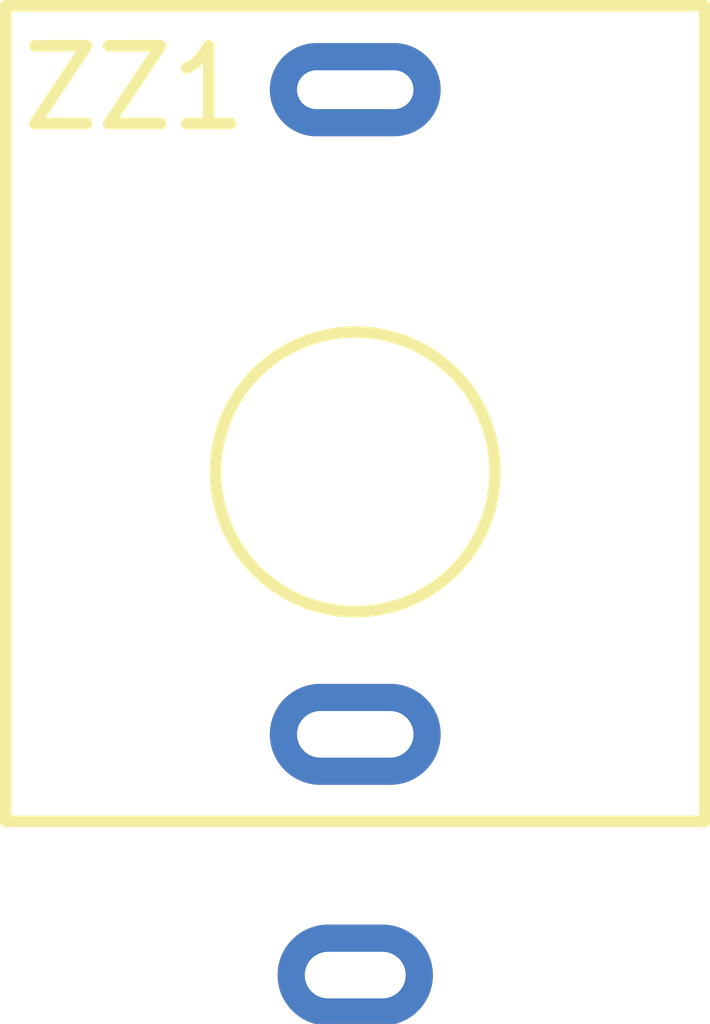
<source format=kicad_pcb>
(kicad_pcb (version 20171130) (host pcbnew "(5.1.9-0-10_14)")

  (general
    (thickness 1.6)
    (drawings 0)
    (tracks 0)
    (zones 0)
    (modules 1)
    (nets 4)
  )

  (page A4)
  (layers
    (0 F.Cu signal)
    (31 B.Cu signal)
    (32 B.Adhes user)
    (33 F.Adhes user)
    (34 B.Paste user)
    (35 F.Paste user)
    (36 B.SilkS user)
    (37 F.SilkS user)
    (38 B.Mask user)
    (39 F.Mask user)
    (40 Dwgs.User user)
    (41 Cmts.User user)
    (42 Eco1.User user)
    (43 Eco2.User user)
    (44 Edge.Cuts user)
    (45 Margin user)
    (46 B.CrtYd user hide)
    (47 F.CrtYd user hide)
    (48 B.Fab user hide)
    (49 F.Fab user hide)
  )

  (setup
    (last_trace_width 0.1524)
    (user_trace_width 0.1524)
    (user_trace_width 0.254)
    (user_trace_width 0.4064)
    (user_trace_width 0.635)
    (trace_clearance 0.1524)
    (zone_clearance 0.508)
    (zone_45_only no)
    (trace_min 0.1524)
    (via_size 0.6858)
    (via_drill 0.3048)
    (via_min_size 0.6858)
    (via_min_drill 0.3048)
    (uvia_size 0.3048)
    (uvia_drill 0.1524)
    (uvias_allowed no)
    (uvia_min_size 0.2)
    (uvia_min_drill 0.1)
    (edge_width 0.15)
    (segment_width 0.2)
    (pcb_text_width 0.3)
    (pcb_text_size 1.5 1.5)
    (mod_edge_width 0.15)
    (mod_text_size 1 1)
    (mod_text_width 0.15)
    (pad_size 2 1.3)
    (pad_drill 1.3)
    (pad_to_mask_clearance 0.2)
    (aux_axis_origin 0 0)
    (visible_elements FFFFFF7F)
    (pcbplotparams
      (layerselection 0x010fc_ffffffff)
      (usegerberextensions false)
      (usegerberattributes false)
      (usegerberadvancedattributes false)
      (creategerberjobfile false)
      (excludeedgelayer true)
      (linewidth 0.100000)
      (plotframeref false)
      (viasonmask false)
      (mode 1)
      (useauxorigin false)
      (hpglpennumber 1)
      (hpglpenspeed 20)
      (hpglpendiameter 15.000000)
      (psnegative false)
      (psa4output false)
      (plotreference true)
      (plotvalue true)
      (plotinvisibletext false)
      (padsonsilk false)
      (subtractmaskfromsilk false)
      (outputformat 1)
      (mirror false)
      (drillshape 1)
      (scaleselection 1)
      (outputdirectory ""))
  )

  (net 0 "")
  (net 1 GND)
  (net 2 "Net-(Pin0-Pad1)")
  (net 3 "Net-(Cascade0-Pad1)")

  (net_class Default "This is the default net class."
    (clearance 0.1524)
    (trace_width 0.1524)
    (via_dia 0.6858)
    (via_drill 0.3048)
    (uvia_dia 0.3048)
    (uvia_drill 0.1524)
    (diff_pair_width 0.1524)
    (diff_pair_gap 0.1524)
    (add_net GND)
    (add_net "Net-(Cascade0-Pad1)")
    (add_net "Net-(Pin0-Pad1)")
  )

  (module Connector_Thonk:ThonkiconnJack locked (layer F.Cu) (tedit 60CF9E73) (tstamp 608A8B61)
    (at 0 0)
    (path /5FC82E98)
    (fp_text reference ZZ1 (at -2.84 -4.94) (layer F.SilkS)
      (effects (font (size 1 1) (thickness 0.15)))
    )
    (fp_text value IN (at 0 9.3) (layer F.Fab)
      (effects (font (size 1 1) (thickness 0.15)))
    )
    (fp_line (start -4.5 4.5) (end 4.5 4.5) (layer F.SilkS) (width 0.15))
    (fp_line (start 4.5 -6) (end 4.5 4.5) (layer F.SilkS) (width 0.15))
    (fp_line (start -4.5 -6) (end -4.5 4.5) (layer F.SilkS) (width 0.15))
    (fp_line (start -4.5 -6) (end 4.5 -6) (layer F.SilkS) (width 0.15))
    (fp_circle (center 0 0) (end 1.8 0) (layer F.SilkS) (width 0.15))
    (pad "" np_thru_hole circle (at 0 0) (size 2.5 2.5) (drill 2.5) (layers *.Cu *.Mask))
    (pad T thru_hole oval (at 0 -4.92) (size 2.2 1.2) (drill oval 1.5 0.5) (layers *.Cu *.Mask)
      (net 2 "Net-(Pin0-Pad1)"))
    (pad TN thru_hole oval (at 0 3.38) (size 2.2 1.3) (drill oval 1.5 0.6) (layers *.Cu *.Mask)
      (net 3 "Net-(Cascade0-Pad1)"))
    (pad S thru_hole oval (at 0 6.48) (size 2 1.3) (drill oval 1.3 0.6) (layers *.Cu *.Mask)
      (net 1 GND))
  )

)

</source>
